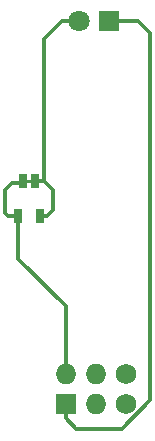
<source format=gbl>
%TF.GenerationSoftware,KiCad,Pcbnew,(6.0.0)*%
%TF.CreationDate,2022-06-30T21:17:56-05:00*%
%TF.ProjectId,DieHardSAO,44696548-6172-4645-9341-4f2e6b696361,rev?*%
%TF.SameCoordinates,Original*%
%TF.FileFunction,Copper,L2,Bot*%
%TF.FilePolarity,Positive*%
%FSLAX46Y46*%
G04 Gerber Fmt 4.6, Leading zero omitted, Abs format (unit mm)*
G04 Created by KiCad (PCBNEW (6.0.0)) date 2022-06-30 21:17:56*
%MOMM*%
%LPD*%
G01*
G04 APERTURE LIST*
%TA.AperFunction,EtchedComponent*%
%ADD10C,0.254000*%
%TD*%
%TA.AperFunction,SMDPad,CuDef*%
%ADD11R,0.797560X1.198880*%
%TD*%
%TA.AperFunction,SMDPad,CuDef*%
%ADD12R,0.635000X1.270000*%
%TD*%
%TA.AperFunction,ComponentPad*%
%ADD13C,1.727200*%
%TD*%
%TA.AperFunction,ComponentPad*%
%ADD14O,1.727200X1.727200*%
%TD*%
%TA.AperFunction,ComponentPad*%
%ADD15R,1.727200X1.727200*%
%TD*%
%TA.AperFunction,ComponentPad*%
%ADD16C,1.800000*%
%TD*%
%TA.AperFunction,ComponentPad*%
%ADD17R,1.800000X1.800000*%
%TD*%
%TA.AperFunction,Conductor*%
%ADD18C,0.300000*%
%TD*%
G04 APERTURE END LIST*
D10*
%TO.C,JP1*%
X114492000Y-100000000D02*
X115508000Y-100000000D01*
%TD*%
D11*
%TO.P,R1,1,1*%
%TO.N,Net-(R1-Pad1)*%
X114100840Y-103000000D03*
%TO.P,R1,2,2*%
%TO.N,Net-(D1-Pad2)*%
X115899160Y-103000000D03*
%TD*%
D12*
%TO.P,JP1,1,1*%
%TO.N,Net-(R1-Pad1)*%
X114492000Y-100000000D03*
%TO.P,JP1,2,2*%
%TO.N,Net-(D1-Pad2)*%
X115508000Y-100000000D03*
%TD*%
D13*
%TO.P,X1,6,GPIO2*%
%TO.N,unconnected-(X1-Pad6)*%
X123180200Y-118938400D03*
%TO.P,X1,5,GPIO1*%
%TO.N,unconnected-(X1-Pad5)*%
X123180200Y-116398400D03*
D14*
%TO.P,X1,4,SCL*%
%TO.N,unconnected-(X1-Pad4)*%
X120640200Y-118938400D03*
%TO.P,X1,3,SDA*%
%TO.N,unconnected-(X1-Pad3)*%
X120640200Y-116398400D03*
D15*
%TO.P,X1,2,GND*%
%TO.N,Net-(D1-Pad1)*%
X118100200Y-118938400D03*
D14*
%TO.P,X1,1,VCC*%
%TO.N,Net-(R1-Pad1)*%
X118100200Y-116398400D03*
%TD*%
D16*
%TO.P,D1,2,A*%
%TO.N,Net-(D1-Pad2)*%
X119210000Y-86500000D03*
D17*
%TO.P,D1,1,C*%
%TO.N,Net-(D1-Pad1)*%
X121750000Y-86500000D03*
%TD*%
D18*
%TO.N,Net-(D1-Pad1)*%
X118100200Y-120100200D02*
X118100200Y-118938400D01*
X119000000Y-121000000D02*
X118100200Y-120100200D01*
X125250000Y-118584199D02*
X122834199Y-121000000D01*
X122834199Y-121000000D02*
X119000000Y-121000000D01*
X124250000Y-86500000D02*
X125250000Y-87500000D01*
X121750000Y-86500000D02*
X124250000Y-86500000D01*
X125250000Y-87500000D02*
X125250000Y-118584199D01*
%TO.N,Net-(D1-Pad2)*%
X117750000Y-86500000D02*
X119210000Y-86500000D01*
X116250000Y-88000000D02*
X117750000Y-86500000D01*
X116250000Y-100000000D02*
X116250000Y-88000000D01*
X117000000Y-100750000D02*
X116250000Y-100000000D01*
X117000000Y-102500000D02*
X117000000Y-100750000D01*
X116500000Y-103000000D02*
X117000000Y-102500000D01*
X116250000Y-100000000D02*
X115750000Y-100000000D01*
X115899160Y-103000000D02*
X116500000Y-103000000D01*
%TO.N,Net-(R1-Pad1)*%
X113000000Y-100750000D02*
X113552619Y-100197381D01*
X113552619Y-100197381D02*
X114200000Y-100197381D01*
X113000000Y-102750000D02*
X113000000Y-100750000D01*
X113250000Y-103000000D02*
X113000000Y-102750000D01*
X114100840Y-103000000D02*
X113250000Y-103000000D01*
X118100200Y-110600200D02*
X114100840Y-106600840D01*
X114100840Y-106600840D02*
X114100840Y-103000000D01*
X118100200Y-116398400D02*
X118100200Y-110600200D01*
%TD*%
M02*

</source>
